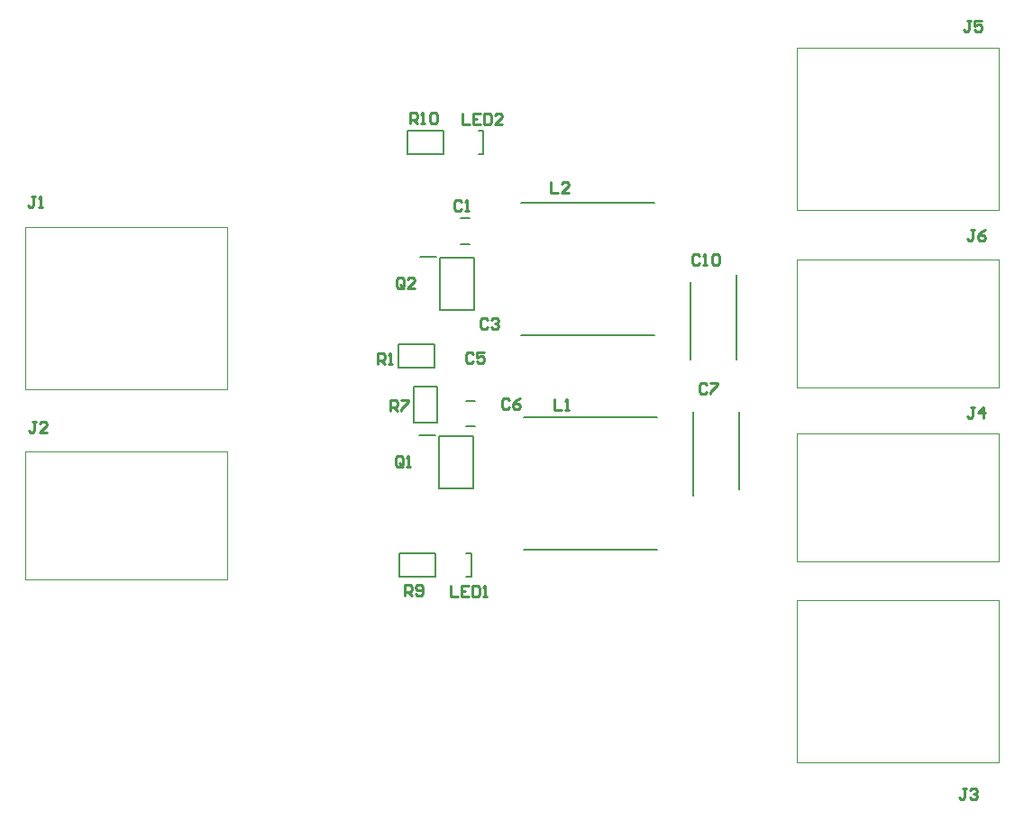
<source format=gto>
G04*
G04 #@! TF.GenerationSoftware,Altium Limited,Altium Designer,19.0.15 (446)*
G04*
G04 Layer_Color=65535*
%FSLAX25Y25*%
%MOIN*%
G70*
G01*
G75*
%ADD10C,0.00787*%
%ADD11C,0.00394*%
%ADD12C,0.01000*%
D10*
X148287Y140559D02*
X154193D01*
X155571Y120854D02*
Y140146D01*
Y120854D02*
X168169D01*
Y140146D01*
X155571D02*
X168169D01*
X148517Y206659D02*
X154423D01*
X155801Y186954D02*
Y206246D01*
Y186954D02*
X168399D01*
Y206246D01*
X155801D02*
X168399D01*
X186894Y98189D02*
X236106D01*
X186894Y147402D02*
X236106D01*
X185894Y226706D02*
X235106D01*
X185894Y177494D02*
X235106D01*
X266465Y120630D02*
Y149370D01*
X249535Y118169D02*
Y149370D01*
X248535Y168630D02*
Y197370D01*
X265465Y168630D02*
Y199831D01*
X153793Y165669D02*
Y174331D01*
X140407Y165669D02*
Y174331D01*
X153793D01*
X140407Y165669D02*
X153793D01*
X146069Y145107D02*
X154731D01*
X146069Y158493D02*
X154731D01*
Y145107D02*
Y158493D01*
X146069Y145107D02*
Y158493D01*
X154193Y88269D02*
Y96931D01*
X140807Y88269D02*
Y96931D01*
X154193D01*
X140807Y88269D02*
X154193D01*
X157193Y244469D02*
Y253131D01*
X143807Y244469D02*
Y253131D01*
X157193D01*
X143807Y244469D02*
X157193D01*
X165405Y88269D02*
X167374D01*
X165405Y96931D02*
X167374D01*
Y88269D02*
Y96931D01*
X165610Y153224D02*
X168760D01*
X165610Y143776D02*
X168760D01*
X171984Y244469D02*
Y253131D01*
X170016D02*
X171984D01*
X170016Y244469D02*
X171984D01*
X163610Y220824D02*
X166760D01*
X163610Y211376D02*
X166760D01*
D11*
X77193Y157500D02*
Y217500D01*
X2390D02*
X77193D01*
X2390Y157500D02*
Y217500D01*
Y157500D02*
X77193D01*
X2390Y87378D02*
Y134622D01*
Y87378D02*
X77193D01*
Y134622D01*
X2390D02*
X77193D01*
X287807Y224000D02*
Y284000D01*
Y224000D02*
X362610D01*
Y284000D01*
X287807D02*
X362610D01*
Y158378D02*
Y205622D01*
X287807D02*
X362610D01*
X287807Y158378D02*
Y205622D01*
Y158378D02*
X362610D01*
Y93878D02*
Y141122D01*
X287807D02*
X362610D01*
X287807Y93878D02*
Y141122D01*
Y93878D02*
X362610D01*
X287807Y19500D02*
Y79500D01*
Y19500D02*
X362610D01*
Y79500D01*
X287807D02*
X362610D01*
D12*
X173466Y183332D02*
X172799Y183999D01*
X171467D01*
X170800Y183332D01*
Y180666D01*
X171467Y180000D01*
X172799D01*
X173466Y180666D01*
X174799Y183332D02*
X175465Y183999D01*
X176798D01*
X177464Y183332D01*
Y182666D01*
X176798Y181999D01*
X176132D01*
X176798D01*
X177464Y181333D01*
Y180666D01*
X176798Y180000D01*
X175465D01*
X174799Y180666D01*
X144700Y255800D02*
Y259799D01*
X146699D01*
X147366Y259132D01*
Y257799D01*
X146699Y257133D01*
X144700D01*
X146033D02*
X147366Y255800D01*
X148699D02*
X150032D01*
X149365D01*
Y259799D01*
X148699Y259132D01*
X152031D02*
X152697Y259799D01*
X154030D01*
X154697Y259132D01*
Y256466D01*
X154030Y255800D01*
X152697D01*
X152031Y256466D01*
Y259132D01*
X143000Y81300D02*
Y85299D01*
X144999D01*
X145666Y84632D01*
Y83299D01*
X144999Y82633D01*
X143000D01*
X144333D02*
X145666Y81300D01*
X146999Y81966D02*
X147665Y81300D01*
X148998D01*
X149664Y81966D01*
Y84632D01*
X148998Y85299D01*
X147665D01*
X146999Y84632D01*
Y83966D01*
X147665Y83299D01*
X149664D01*
X137400Y149500D02*
Y153499D01*
X139399D01*
X140066Y152832D01*
Y151499D01*
X139399Y150833D01*
X137400D01*
X138733D02*
X140066Y149500D01*
X141399Y153499D02*
X144064D01*
Y152832D01*
X141399Y150166D01*
Y149500D01*
X133000Y167000D02*
Y170999D01*
X134999D01*
X135666Y170332D01*
Y168999D01*
X134999Y168333D01*
X133000D01*
X134333D02*
X135666Y167000D01*
X136999D02*
X138332D01*
X137665D01*
Y170999D01*
X136999Y170332D01*
X142466Y195766D02*
Y198432D01*
X141799Y199099D01*
X140466D01*
X139800Y198432D01*
Y195766D01*
X140466Y195100D01*
X141799D01*
X141133Y196433D02*
X142466Y195100D01*
X141799D02*
X142466Y195766D01*
X146465Y195100D02*
X143799D01*
X146465Y197766D01*
Y198432D01*
X145798Y199099D01*
X144465D01*
X143799Y198432D01*
X142266Y129766D02*
Y132432D01*
X141599Y133099D01*
X140267D01*
X139600Y132432D01*
Y129766D01*
X140267Y129100D01*
X141599D01*
X140933Y130433D02*
X142266Y129100D01*
X141599D02*
X142266Y129766D01*
X143599Y129100D02*
X144932D01*
X144265D01*
Y133099D01*
X143599Y132432D01*
X164100Y259699D02*
Y255700D01*
X166766D01*
X170765Y259699D02*
X168099D01*
Y255700D01*
X170765D01*
X168099Y257699D02*
X169432D01*
X172097Y259699D02*
Y255700D01*
X174097D01*
X174763Y256366D01*
Y259032D01*
X174097Y259699D01*
X172097D01*
X178762Y255700D02*
X176096D01*
X178762Y258366D01*
Y259032D01*
X178095Y259699D01*
X176763D01*
X176096Y259032D01*
X159800Y85099D02*
Y81100D01*
X162466D01*
X166464Y85099D02*
X163799D01*
Y81100D01*
X166464D01*
X163799Y83099D02*
X165132D01*
X167797Y85099D02*
Y81100D01*
X169797D01*
X170463Y81766D01*
Y84432D01*
X169797Y85099D01*
X167797D01*
X171796Y81100D02*
X173129D01*
X172463D01*
Y85099D01*
X171796Y84432D01*
X196700Y234199D02*
Y230200D01*
X199366D01*
X203364D02*
X200699D01*
X203364Y232866D01*
Y233532D01*
X202698Y234199D01*
X201365D01*
X200699Y233532D01*
X198200Y153999D02*
Y150000D01*
X200866D01*
X202199D02*
X203532D01*
X202865D01*
Y153999D01*
X202199Y153332D01*
X353666Y216499D02*
X352333D01*
X352999D01*
Y213166D01*
X352333Y212500D01*
X351666D01*
X351000Y213166D01*
X357664Y216499D02*
X356332Y215832D01*
X354999Y214499D01*
Y213166D01*
X355665Y212500D01*
X356998D01*
X357664Y213166D01*
Y213833D01*
X356998Y214499D01*
X354999D01*
X352166Y293999D02*
X350833D01*
X351499D01*
Y290666D01*
X350833Y290000D01*
X350166D01*
X349500Y290666D01*
X356165Y293999D02*
X353499D01*
Y291999D01*
X354832Y292666D01*
X355498D01*
X356165Y291999D01*
Y290666D01*
X355498Y290000D01*
X354165D01*
X353499Y290666D01*
X353666Y150999D02*
X352333D01*
X352999D01*
Y147667D01*
X352333Y147000D01*
X351666D01*
X351000Y147667D01*
X356998Y147000D02*
Y150999D01*
X354999Y148999D01*
X357664D01*
X350666Y9999D02*
X349333D01*
X349999D01*
Y6667D01*
X349333Y6000D01*
X348666D01*
X348000Y6667D01*
X351999Y9332D02*
X352665Y9999D01*
X353998D01*
X354664Y9332D01*
Y8666D01*
X353998Y7999D01*
X353332D01*
X353998D01*
X354664Y7333D01*
Y6667D01*
X353998Y6000D01*
X352665D01*
X351999Y6667D01*
X6666Y145499D02*
X5333D01*
X5999D01*
Y142166D01*
X5333Y141500D01*
X4666D01*
X4000Y142166D01*
X10665Y141500D02*
X7999D01*
X10665Y144166D01*
Y144832D01*
X9998Y145499D01*
X8665D01*
X7999Y144832D01*
X6166Y228999D02*
X4833D01*
X5499D01*
Y225666D01*
X4833Y225000D01*
X4166D01*
X3500Y225666D01*
X7499Y225000D02*
X8832D01*
X8165D01*
Y228999D01*
X7499Y228332D01*
X251966Y207032D02*
X251299Y207699D01*
X249966D01*
X249300Y207032D01*
Y204366D01*
X249966Y203700D01*
X251299D01*
X251966Y204366D01*
X253299Y203700D02*
X254632D01*
X253965D01*
Y207699D01*
X253299Y207032D01*
X256631D02*
X257297Y207699D01*
X258630D01*
X259297Y207032D01*
Y204366D01*
X258630Y203700D01*
X257297D01*
X256631Y204366D01*
Y207032D01*
X254466Y159432D02*
X253799Y160099D01*
X252466D01*
X251800Y159432D01*
Y156766D01*
X252466Y156100D01*
X253799D01*
X254466Y156766D01*
X255799Y160099D02*
X258465D01*
Y159432D01*
X255799Y156766D01*
Y156100D01*
X181666Y153632D02*
X180999Y154299D01*
X179666D01*
X179000Y153632D01*
Y150967D01*
X179666Y150300D01*
X180999D01*
X181666Y150967D01*
X185664Y154299D02*
X184332Y153632D01*
X182999Y152299D01*
Y150967D01*
X183665Y150300D01*
X184998D01*
X185664Y150967D01*
Y151633D01*
X184998Y152299D01*
X182999D01*
X168071Y170632D02*
X167405Y171299D01*
X166072D01*
X165405Y170632D01*
Y167966D01*
X166072Y167300D01*
X167405D01*
X168071Y167966D01*
X172070Y171299D02*
X169404D01*
Y169299D01*
X170737Y169966D01*
X171404D01*
X172070Y169299D01*
Y167966D01*
X171404Y167300D01*
X170071D01*
X169404Y167966D01*
X163766Y226932D02*
X163099Y227599D01*
X161767D01*
X161100Y226932D01*
Y224266D01*
X161767Y223600D01*
X163099D01*
X163766Y224266D01*
X165099Y223600D02*
X166432D01*
X165765D01*
Y227599D01*
X165099Y226932D01*
M02*

</source>
